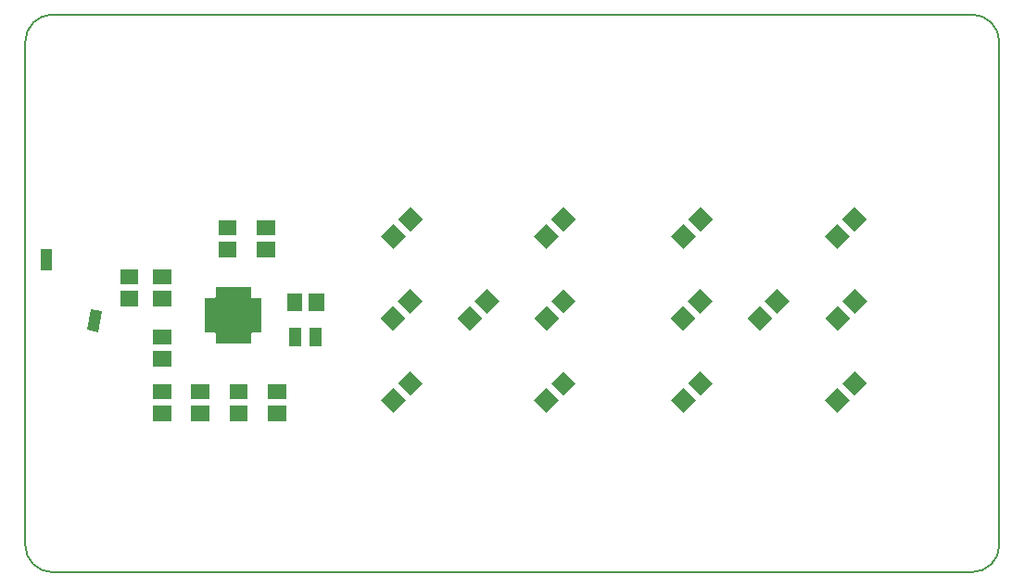
<source format=gbr>
%TF.GenerationSoftware,KiCad,Pcbnew,5.0.1*%
%TF.CreationDate,2019-03-19T15:46:54-05:00*%
%TF.ProjectId,Layout,4C61796F75742E6B696361645F706362,rev?*%
%TF.SameCoordinates,Original*%
%TF.FileFunction,Soldermask,Top*%
%TF.FilePolarity,Negative*%
%FSLAX46Y46*%
G04 Gerber Fmt 4.6, Leading zero omitted, Abs format (unit mm)*
G04 Created by KiCad (PCBNEW 5.0.1) date Tue 19 Mar 2019 03:46:54 PM CDT*
%MOMM*%
%LPD*%
G01*
G04 APERTURE LIST*
%ADD10C,0.150000*%
%ADD11C,0.100000*%
G04 APERTURE END LIST*
D10*
X112000000Y-122000000D02*
X112000000Y-76000000D01*
X198500000Y-124500000D02*
X114500000Y-124500000D01*
X201000000Y-76000000D02*
X201000000Y-122000000D01*
X114500000Y-73500000D02*
X198500000Y-73500000D01*
X201000000Y-122000000D02*
G75*
G02X198500000Y-124500000I-2500000J0D01*
G01*
X114500000Y-124500000D02*
G75*
G02X112000000Y-122000000I0J2500000D01*
G01*
X112000000Y-76000000D02*
G75*
G02X114500000Y-73500000I2500000J0D01*
G01*
X198500000Y-73500000D02*
G75*
G02X201000000Y-76000000I0J-2500000D01*
G01*
D11*
G36*
X128825000Y-110700000D02*
X127175000Y-110700000D01*
X127175000Y-109300000D01*
X128825000Y-109300000D01*
X128825000Y-110700000D01*
X128825000Y-110700000D01*
G37*
G36*
X125325000Y-110700000D02*
X123675000Y-110700000D01*
X123675000Y-109300000D01*
X125325000Y-109300000D01*
X125325000Y-110700000D01*
X125325000Y-110700000D01*
G37*
G36*
X135825000Y-110700000D02*
X134175000Y-110700000D01*
X134175000Y-109300000D01*
X135825000Y-109300000D01*
X135825000Y-110700000D01*
X135825000Y-110700000D01*
G37*
G36*
X132325000Y-110700000D02*
X130675000Y-110700000D01*
X130675000Y-109300000D01*
X132325000Y-109300000D01*
X132325000Y-110700000D01*
X132325000Y-110700000D01*
G37*
G36*
X173253556Y-108777817D02*
X172122184Y-109909189D01*
X170990812Y-108777817D01*
X172122184Y-107646445D01*
X173253556Y-108777817D01*
X173253556Y-108777817D01*
G37*
G36*
X187353555Y-108777817D02*
X186222183Y-109909189D01*
X185090811Y-108777817D01*
X186222183Y-107646445D01*
X187353555Y-108777817D01*
X187353555Y-108777817D01*
G37*
G36*
X146753556Y-108777817D02*
X145622184Y-109909189D01*
X144490812Y-108777817D01*
X145622184Y-107646445D01*
X146753556Y-108777817D01*
X146753556Y-108777817D01*
G37*
G36*
X160753556Y-108777817D02*
X159622184Y-109909189D01*
X158490812Y-108777817D01*
X159622184Y-107646445D01*
X160753556Y-108777817D01*
X160753556Y-108777817D01*
G37*
G36*
X135825000Y-108700000D02*
X134175000Y-108700000D01*
X134175000Y-107300000D01*
X135825000Y-107300000D01*
X135825000Y-108700000D01*
X135825000Y-108700000D01*
G37*
G36*
X132325000Y-108700000D02*
X130675000Y-108700000D01*
X130675000Y-107300000D01*
X132325000Y-107300000D01*
X132325000Y-108700000D01*
X132325000Y-108700000D01*
G37*
G36*
X125325000Y-108700000D02*
X123675000Y-108700000D01*
X123675000Y-107300000D01*
X125325000Y-107300000D01*
X125325000Y-108700000D01*
X125325000Y-108700000D01*
G37*
G36*
X128825000Y-108700000D02*
X127175000Y-108700000D01*
X127175000Y-107300000D01*
X128825000Y-107300000D01*
X128825000Y-108700000D01*
X128825000Y-108700000D01*
G37*
G36*
X188909189Y-107222183D02*
X187777817Y-108353555D01*
X186646445Y-107222183D01*
X187777817Y-106090811D01*
X188909189Y-107222183D01*
X188909189Y-107222183D01*
G37*
G36*
X148309190Y-107222183D02*
X147177818Y-108353555D01*
X146046446Y-107222183D01*
X147177818Y-106090811D01*
X148309190Y-107222183D01*
X148309190Y-107222183D01*
G37*
G36*
X162309190Y-107222183D02*
X161177818Y-108353555D01*
X160046446Y-107222183D01*
X161177818Y-106090811D01*
X162309190Y-107222183D01*
X162309190Y-107222183D01*
G37*
G36*
X174809190Y-107222183D02*
X173677818Y-108353555D01*
X172546446Y-107222183D01*
X173677818Y-106090811D01*
X174809190Y-107222183D01*
X174809190Y-107222183D01*
G37*
G36*
X125325000Y-105700000D02*
X123675000Y-105700000D01*
X123675000Y-104300000D01*
X125325000Y-104300000D01*
X125325000Y-105700000D01*
X125325000Y-105700000D01*
G37*
G36*
X137200000Y-103820000D02*
X136100000Y-103820000D01*
X136100000Y-102120000D01*
X137200000Y-102120000D01*
X137200000Y-103820000D01*
X137200000Y-103820000D01*
G37*
G36*
X139100000Y-103820000D02*
X138000000Y-103820000D01*
X138000000Y-102120000D01*
X139100000Y-102120000D01*
X139100000Y-103820000D01*
X139100000Y-103820000D01*
G37*
G36*
X125325000Y-103700000D02*
X123675000Y-103700000D01*
X123675000Y-102300000D01*
X125325000Y-102300000D01*
X125325000Y-103700000D01*
X125325000Y-103700000D01*
G37*
G36*
X132600000Y-99285000D02*
X132602402Y-99309386D01*
X132609515Y-99332835D01*
X132621066Y-99354446D01*
X132636612Y-99373388D01*
X132655554Y-99388934D01*
X132677165Y-99400485D01*
X132700614Y-99407598D01*
X132725000Y-99410000D01*
X133575000Y-99410000D01*
X133575000Y-102610000D01*
X132725000Y-102610000D01*
X132700614Y-102612402D01*
X132677165Y-102619515D01*
X132655554Y-102631066D01*
X132636612Y-102646612D01*
X132621066Y-102665554D01*
X132609515Y-102687165D01*
X132602402Y-102710614D01*
X132600000Y-102735000D01*
X132600000Y-103585000D01*
X129400000Y-103585000D01*
X129400000Y-102735000D01*
X129397598Y-102710614D01*
X129390485Y-102687165D01*
X129378934Y-102665554D01*
X129363388Y-102646612D01*
X129344446Y-102631066D01*
X129322835Y-102619515D01*
X129299386Y-102612402D01*
X129275000Y-102610000D01*
X128425000Y-102610000D01*
X128425000Y-99410000D01*
X129275000Y-99410000D01*
X129299386Y-99407598D01*
X129322835Y-99400485D01*
X129344446Y-99388934D01*
X129363388Y-99373388D01*
X129378934Y-99354446D01*
X129390485Y-99332835D01*
X129397598Y-99309386D01*
X129400000Y-99285000D01*
X129400000Y-98435000D01*
X132600000Y-98435000D01*
X132600000Y-99285000D01*
X132600000Y-99285000D01*
G37*
G36*
X118974226Y-100642044D02*
X118640126Y-102536814D01*
X117625774Y-102357956D01*
X117959874Y-100463186D01*
X118974226Y-100642044D01*
X118974226Y-100642044D01*
G37*
G36*
X146753556Y-101277817D02*
X145622184Y-102409189D01*
X144490812Y-101277817D01*
X145622184Y-100146445D01*
X146753556Y-101277817D01*
X146753556Y-101277817D01*
G37*
G36*
X153753556Y-101277817D02*
X152622184Y-102409189D01*
X151490812Y-101277817D01*
X152622184Y-100146445D01*
X153753556Y-101277817D01*
X153753556Y-101277817D01*
G37*
G36*
X160753556Y-101277817D02*
X159622184Y-102409189D01*
X158490812Y-101277817D01*
X159622184Y-100146445D01*
X160753556Y-101277817D01*
X160753556Y-101277817D01*
G37*
G36*
X180253556Y-101277817D02*
X179122184Y-102409189D01*
X177990812Y-101277817D01*
X179122184Y-100146445D01*
X180253556Y-101277817D01*
X180253556Y-101277817D01*
G37*
G36*
X187353555Y-101277817D02*
X186222183Y-102409189D01*
X185090811Y-101277817D01*
X186222183Y-100146445D01*
X187353555Y-101277817D01*
X187353555Y-101277817D01*
G37*
G36*
X173253556Y-101277817D02*
X172122184Y-102409189D01*
X170990812Y-101277817D01*
X172122184Y-100146445D01*
X173253556Y-101277817D01*
X173253556Y-101277817D01*
G37*
G36*
X148309190Y-99722183D02*
X147177818Y-100853555D01*
X146046446Y-99722183D01*
X147177818Y-98590811D01*
X148309190Y-99722183D01*
X148309190Y-99722183D01*
G37*
G36*
X188909189Y-99722183D02*
X187777817Y-100853555D01*
X186646445Y-99722183D01*
X187777817Y-98590811D01*
X188909189Y-99722183D01*
X188909189Y-99722183D01*
G37*
G36*
X181809190Y-99722183D02*
X180677818Y-100853555D01*
X179546446Y-99722183D01*
X180677818Y-98590811D01*
X181809190Y-99722183D01*
X181809190Y-99722183D01*
G37*
G36*
X162309190Y-99722183D02*
X161177818Y-100853555D01*
X160046446Y-99722183D01*
X161177818Y-98590811D01*
X162309190Y-99722183D01*
X162309190Y-99722183D01*
G37*
G36*
X155309190Y-99722183D02*
X154177818Y-100853555D01*
X153046446Y-99722183D01*
X154177818Y-98590811D01*
X155309190Y-99722183D01*
X155309190Y-99722183D01*
G37*
G36*
X174809190Y-99722183D02*
X173677818Y-100853555D01*
X172546446Y-99722183D01*
X173677818Y-98590811D01*
X174809190Y-99722183D01*
X174809190Y-99722183D01*
G37*
G36*
X137300000Y-100635000D02*
X135900000Y-100635000D01*
X135900000Y-98985000D01*
X137300000Y-98985000D01*
X137300000Y-100635000D01*
X137300000Y-100635000D01*
G37*
G36*
X139300000Y-100635000D02*
X137900000Y-100635000D01*
X137900000Y-98985000D01*
X139300000Y-98985000D01*
X139300000Y-100635000D01*
X139300000Y-100635000D01*
G37*
G36*
X122325000Y-100200000D02*
X120675000Y-100200000D01*
X120675000Y-98800000D01*
X122325000Y-98800000D01*
X122325000Y-100200000D01*
X122325000Y-100200000D01*
G37*
G36*
X125325000Y-100200000D02*
X123675000Y-100200000D01*
X123675000Y-98800000D01*
X125325000Y-98800000D01*
X125325000Y-100200000D01*
X125325000Y-100200000D01*
G37*
G36*
X125325000Y-98200000D02*
X123675000Y-98200000D01*
X123675000Y-96800000D01*
X125325000Y-96800000D01*
X125325000Y-98200000D01*
X125325000Y-98200000D01*
G37*
G36*
X122325000Y-98200000D02*
X120675000Y-98200000D01*
X120675000Y-96800000D01*
X122325000Y-96800000D01*
X122325000Y-98200000D01*
X122325000Y-98200000D01*
G37*
G36*
X114465000Y-96862000D02*
X113435000Y-96862000D01*
X113435000Y-94938000D01*
X114465000Y-94938000D01*
X114465000Y-96862000D01*
X114465000Y-96862000D01*
G37*
G36*
X134825000Y-95700000D02*
X133175000Y-95700000D01*
X133175000Y-94300000D01*
X134825000Y-94300000D01*
X134825000Y-95700000D01*
X134825000Y-95700000D01*
G37*
G36*
X131325000Y-95700000D02*
X129675000Y-95700000D01*
X129675000Y-94300000D01*
X131325000Y-94300000D01*
X131325000Y-95700000D01*
X131325000Y-95700000D01*
G37*
G36*
X187353555Y-93777817D02*
X186222183Y-94909189D01*
X185090811Y-93777817D01*
X186222183Y-92646445D01*
X187353555Y-93777817D01*
X187353555Y-93777817D01*
G37*
G36*
X173253556Y-93777817D02*
X172122184Y-94909189D01*
X170990812Y-93777817D01*
X172122184Y-92646445D01*
X173253556Y-93777817D01*
X173253556Y-93777817D01*
G37*
G36*
X160753556Y-93777817D02*
X159622184Y-94909189D01*
X158490812Y-93777817D01*
X159622184Y-92646445D01*
X160753556Y-93777817D01*
X160753556Y-93777817D01*
G37*
G36*
X146753556Y-93777817D02*
X145622184Y-94909189D01*
X144490812Y-93777817D01*
X145622184Y-92646445D01*
X146753556Y-93777817D01*
X146753556Y-93777817D01*
G37*
G36*
X134825000Y-93700000D02*
X133175000Y-93700000D01*
X133175000Y-92300000D01*
X134825000Y-92300000D01*
X134825000Y-93700000D01*
X134825000Y-93700000D01*
G37*
G36*
X131325000Y-93700000D02*
X129675000Y-93700000D01*
X129675000Y-92300000D01*
X131325000Y-92300000D01*
X131325000Y-93700000D01*
X131325000Y-93700000D01*
G37*
G36*
X148309190Y-92222183D02*
X147177818Y-93353555D01*
X146046446Y-92222183D01*
X147177818Y-91090811D01*
X148309190Y-92222183D01*
X148309190Y-92222183D01*
G37*
G36*
X162309190Y-92222183D02*
X161177818Y-93353555D01*
X160046446Y-92222183D01*
X161177818Y-91090811D01*
X162309190Y-92222183D01*
X162309190Y-92222183D01*
G37*
G36*
X174809190Y-92222183D02*
X173677818Y-93353555D01*
X172546446Y-92222183D01*
X173677818Y-91090811D01*
X174809190Y-92222183D01*
X174809190Y-92222183D01*
G37*
G36*
X188909189Y-92222183D02*
X187777817Y-93353555D01*
X186646445Y-92222183D01*
X187777817Y-91090811D01*
X188909189Y-92222183D01*
X188909189Y-92222183D01*
G37*
M02*

</source>
